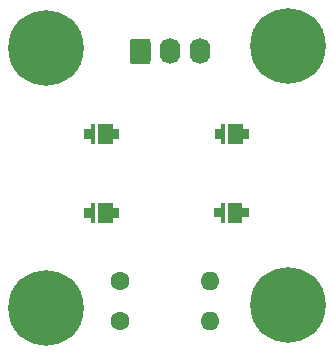
<source format=gts>
%TF.GenerationSoftware,KiCad,Pcbnew,(5.1.9)-1*%
%TF.CreationDate,2021-09-01T20:21:50+01:00*%
%TF.ProjectId,TSAL LED breakout,5453414c-204c-4454-9420-627265616b6f,rev?*%
%TF.SameCoordinates,Original*%
%TF.FileFunction,Soldermask,Top*%
%TF.FilePolarity,Negative*%
%FSLAX46Y46*%
G04 Gerber Fmt 4.6, Leading zero omitted, Abs format (unit mm)*
G04 Created by KiCad (PCBNEW (5.1.9)-1) date 2021-09-01 20:21:50*
%MOMM*%
%LPD*%
G01*
G04 APERTURE LIST*
%ADD10O,1.600000X1.600000*%
%ADD11C,1.600000*%
%ADD12C,0.100000*%
%ADD13O,1.740000X2.190000*%
%ADD14C,0.800000*%
%ADD15C,6.400000*%
G04 APERTURE END LIST*
D10*
%TO.C,R2*%
X133120000Y-65400000D03*
D11*
X125500000Y-65400000D03*
%TD*%
D12*
%TO.C,D5*%
G36*
X123095000Y-52575000D02*
G01*
X123095000Y-52125000D01*
X123425000Y-52125000D01*
X123425000Y-53825000D01*
X123095000Y-53825000D01*
X123095000Y-53375000D01*
X122525000Y-53375000D01*
X122525000Y-52575000D01*
X123095000Y-52575000D01*
G37*
G36*
X124905000Y-52125000D02*
G01*
X124905000Y-52575000D01*
X125475000Y-52575000D01*
X125475000Y-53375000D01*
X124905000Y-53375000D01*
X124905000Y-53825000D01*
X123675000Y-53825000D01*
X123675000Y-52125000D01*
X124905000Y-52125000D01*
G37*
%TD*%
%TO.C,D6*%
G36*
X134095200Y-59239200D02*
G01*
X134095200Y-58789200D01*
X134425200Y-58789200D01*
X134425200Y-60489200D01*
X134095200Y-60489200D01*
X134095200Y-60039200D01*
X133525200Y-60039200D01*
X133525200Y-59239200D01*
X134095200Y-59239200D01*
G37*
G36*
X135905200Y-58789200D02*
G01*
X135905200Y-59239200D01*
X136475200Y-59239200D01*
X136475200Y-60039200D01*
X135905200Y-60039200D01*
X135905200Y-60489200D01*
X134675200Y-60489200D01*
X134675200Y-58789200D01*
X135905200Y-58789200D01*
G37*
%TD*%
%TO.C,D2*%
G36*
X134120600Y-52584800D02*
G01*
X134120600Y-52134800D01*
X134450600Y-52134800D01*
X134450600Y-53834800D01*
X134120600Y-53834800D01*
X134120600Y-53384800D01*
X133550600Y-53384800D01*
X133550600Y-52584800D01*
X134120600Y-52584800D01*
G37*
G36*
X135930600Y-52134800D02*
G01*
X135930600Y-52584800D01*
X136500600Y-52584800D01*
X136500600Y-53384800D01*
X135930600Y-53384800D01*
X135930600Y-53834800D01*
X134700600Y-53834800D01*
X134700600Y-52134800D01*
X135930600Y-52134800D01*
G37*
%TD*%
%TO.C,D1*%
G36*
X123097000Y-59265000D02*
G01*
X123097000Y-58815000D01*
X123427000Y-58815000D01*
X123427000Y-60515000D01*
X123097000Y-60515000D01*
X123097000Y-60065000D01*
X122527000Y-60065000D01*
X122527000Y-59265000D01*
X123097000Y-59265000D01*
G37*
G36*
X124907000Y-58815000D02*
G01*
X124907000Y-59265000D01*
X125477000Y-59265000D01*
X125477000Y-60065000D01*
X124907000Y-60065000D01*
X124907000Y-60515000D01*
X123677000Y-60515000D01*
X123677000Y-58815000D01*
X124907000Y-58815000D01*
G37*
%TD*%
D13*
%TO.C,J1*%
X132330000Y-46000000D03*
X129790000Y-46000000D03*
G36*
G01*
X126380000Y-46845001D02*
X126380000Y-45154999D01*
G75*
G02*
X126629999Y-44905000I249999J0D01*
G01*
X127870001Y-44905000D01*
G75*
G02*
X128120000Y-45154999I0J-249999D01*
G01*
X128120000Y-46845001D01*
G75*
G02*
X127870001Y-47095000I-249999J0D01*
G01*
X126629999Y-47095000D01*
G75*
G02*
X126380000Y-46845001I0J249999D01*
G01*
G37*
%TD*%
D14*
%TO.C,H2*%
X141447056Y-65802944D03*
X139750000Y-65100000D03*
X138052944Y-65802944D03*
X137350000Y-67500000D03*
X138052944Y-69197056D03*
X139750000Y-69900000D03*
X141447056Y-69197056D03*
X142150000Y-67500000D03*
D15*
X139750000Y-67500000D03*
%TD*%
%TO.C,H1*%
X139750000Y-45500000D03*
D14*
X142150000Y-45500000D03*
X141447056Y-47197056D03*
X139750000Y-47900000D03*
X138052944Y-47197056D03*
X137350000Y-45500000D03*
X138052944Y-43802944D03*
X139750000Y-43100000D03*
X141447056Y-43802944D03*
%TD*%
D15*
%TO.C,H3*%
X119250000Y-67697000D03*
D14*
X121650000Y-67697000D03*
X120947056Y-69394056D03*
X119250000Y-70097000D03*
X117552944Y-69394056D03*
X116850000Y-67697000D03*
X117552944Y-65999944D03*
X119250000Y-65297000D03*
X120947056Y-65999944D03*
%TD*%
%TO.C,H4*%
X120947056Y-44000000D03*
X119250000Y-43297056D03*
X117552944Y-44000000D03*
X116850000Y-45697056D03*
X117552944Y-47394112D03*
X119250000Y-48097056D03*
X120947056Y-47394112D03*
X121650000Y-45697056D03*
D15*
X119250000Y-45697056D03*
%TD*%
D11*
%TO.C,R1*%
X125500000Y-68800000D03*
D10*
X133120000Y-68800000D03*
%TD*%
M02*

</source>
